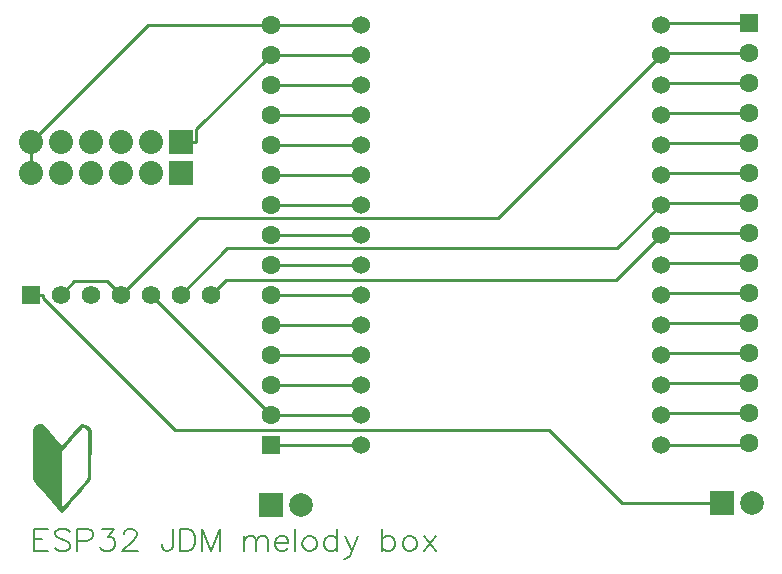
<source format=gtl>
G04 Layer: TopLayer*
G04 EasyEDA v6.5.22, 2022-11-15 20:04:53*
G04 61ac71b69ff745bc879bf003c277815e,1ae14fa7f5aa486887b2aa5280da83c0,10*
G04 Gerber Generator version 0.2*
G04 Scale: 100 percent, Rotated: No, Reflected: No *
G04 Dimensions in inches *
G04 leading zeros omitted , absolute positions ,3 integer and 6 decimal *
%FSLAX36Y36*%
%MOIN*%

%ADD10C,0.0080*%
%ADD11C,0.0100*%
%ADD12C,0.0600*%
%ADD13R,0.0620X0.0620*%
%ADD14C,0.0620*%
%ADD15R,0.0800X0.0800*%
%ADD16C,0.0800*%
%ADD17C,0.0630*%
%ADD18R,0.0620X0.0630*%
%ADD19R,0.0787X0.0787*%
%ADD20C,0.0787*%
%ADD21C,0.0129*%

%LPD*%
G36*
X372540Y-1737000D02*
G01*
X361079Y-1742620D01*
X324980Y-1784079D01*
X315400Y-1794920D01*
X308380Y-1802700D01*
X304600Y-1806579D01*
X303860Y-1805920D01*
X299380Y-1801100D01*
X291680Y-1792460D01*
X281660Y-1781040D01*
X248420Y-1742680D01*
X237380Y-1737320D01*
X226680Y-1737320D01*
X214960Y-1743520D01*
X207000Y-1754860D01*
X207000Y-1917800D01*
X211280Y-1925160D01*
X213960Y-1928700D01*
X218720Y-1934580D01*
X233060Y-1951699D01*
X251320Y-1973080D01*
X270580Y-1995300D01*
X289081Y-2016360D01*
X304680Y-2016360D01*
X305300Y-1828560D01*
X308320Y-1823060D01*
X309600Y-1821260D01*
X314200Y-1815460D01*
X320920Y-1807380D01*
X329080Y-1797780D01*
X338040Y-1787420D01*
X349380Y-1774520D01*
X357760Y-1765180D01*
X364780Y-1757500D01*
X369820Y-1752260D01*
X371380Y-1750780D01*
X372200Y-1750200D01*
X374900Y-1749640D01*
X377360Y-1749520D01*
X379739Y-1749840D01*
X382239Y-1750600D01*
X383780Y-1751459D01*
X385439Y-1752800D01*
X387000Y-1754480D01*
X388300Y-1756260D01*
X390959Y-1760640D01*
X390900Y-1912460D01*
X388360Y-1917780D01*
X385680Y-1921440D01*
X380620Y-1927780D01*
X373540Y-1936320D01*
X364900Y-1946560D01*
X355060Y-1958040D01*
X307440Y-2012880D01*
X304680Y-2016360D01*
X289081Y-2016360D01*
X302160Y-2030720D01*
X304100Y-2032620D01*
X304640Y-2033000D01*
X305180Y-2032620D01*
X308020Y-2029760D01*
X312940Y-2024420D01*
X327480Y-2008120D01*
X345840Y-1987100D01*
X369660Y-1959400D01*
X385820Y-1940300D01*
X391900Y-1932920D01*
X396180Y-1927580D01*
X398280Y-1924700D01*
X402260Y-1917800D01*
X403000Y-1757860D01*
X396740Y-1745980D01*
X385840Y-1738280D01*
G37*
D10*
X210000Y-2084299D02*
G01*
X210000Y-2160599D01*
X210000Y-2084299D02*
G01*
X257300Y-2084299D01*
X210000Y-2120599D02*
G01*
X239099Y-2120599D01*
X210000Y-2160599D02*
G01*
X257300Y-2160599D01*
X332199Y-2095199D02*
G01*
X324899Y-2087899D01*
X314000Y-2084299D01*
X299499Y-2084299D01*
X288499Y-2087899D01*
X281300Y-2095199D01*
X281300Y-2102500D01*
X284899Y-2109699D01*
X288499Y-2113400D01*
X295799Y-2116999D01*
X317600Y-2124299D01*
X324899Y-2127899D01*
X328499Y-2131500D01*
X332199Y-2138800D01*
X332199Y-2149699D01*
X324899Y-2156999D01*
X314000Y-2160599D01*
X299499Y-2160599D01*
X288499Y-2156999D01*
X281300Y-2149699D01*
X356199Y-2084299D02*
G01*
X356199Y-2160599D01*
X356199Y-2084299D02*
G01*
X388899Y-2084299D01*
X399800Y-2087899D01*
X403499Y-2091500D01*
X407100Y-2098800D01*
X407100Y-2109699D01*
X403499Y-2116999D01*
X399800Y-2120599D01*
X388899Y-2124299D01*
X356199Y-2124299D01*
X438400Y-2084299D02*
G01*
X478400Y-2084299D01*
X456500Y-2113400D01*
X467500Y-2113400D01*
X474699Y-2116999D01*
X478400Y-2120599D01*
X481999Y-2131500D01*
X481999Y-2138800D01*
X478400Y-2149699D01*
X471100Y-2156999D01*
X460199Y-2160599D01*
X449299Y-2160599D01*
X438400Y-2156999D01*
X434699Y-2153400D01*
X431100Y-2146100D01*
X509600Y-2102500D02*
G01*
X509600Y-2098800D01*
X513299Y-2091500D01*
X516900Y-2087899D01*
X524200Y-2084299D01*
X538699Y-2084299D01*
X545999Y-2087899D01*
X549600Y-2091500D01*
X553299Y-2098800D01*
X553299Y-2106100D01*
X549600Y-2113400D01*
X542399Y-2124299D01*
X505999Y-2160599D01*
X556900Y-2160599D01*
X673299Y-2084299D02*
G01*
X673299Y-2142500D01*
X669600Y-2153400D01*
X665999Y-2156999D01*
X658699Y-2160599D01*
X651500Y-2160599D01*
X644200Y-2156999D01*
X640500Y-2153400D01*
X636900Y-2142500D01*
X636900Y-2135200D01*
X697300Y-2084299D02*
G01*
X697300Y-2160599D01*
X697300Y-2084299D02*
G01*
X722699Y-2084299D01*
X733600Y-2087899D01*
X740900Y-2095199D01*
X744499Y-2102500D01*
X748200Y-2113400D01*
X748200Y-2131500D01*
X744499Y-2142500D01*
X740900Y-2149699D01*
X733600Y-2156999D01*
X722699Y-2160599D01*
X697300Y-2160599D01*
X772200Y-2084299D02*
G01*
X772200Y-2160599D01*
X772200Y-2084299D02*
G01*
X801300Y-2160599D01*
X830399Y-2084299D02*
G01*
X801300Y-2160599D01*
X830399Y-2084299D02*
G01*
X830399Y-2160599D01*
X910399Y-2109699D02*
G01*
X910399Y-2160599D01*
X910399Y-2124299D02*
G01*
X921300Y-2113400D01*
X928500Y-2109699D01*
X939499Y-2109699D01*
X946700Y-2113400D01*
X950399Y-2124299D01*
X950399Y-2160599D01*
X950399Y-2124299D02*
G01*
X961300Y-2113400D01*
X968500Y-2109699D01*
X979499Y-2109699D01*
X986700Y-2113400D01*
X990399Y-2124299D01*
X990399Y-2160599D01*
X1014399Y-2131500D02*
G01*
X1058000Y-2131500D01*
X1058000Y-2124299D01*
X1054399Y-2116999D01*
X1050699Y-2113400D01*
X1043500Y-2109699D01*
X1032500Y-2109699D01*
X1025299Y-2113400D01*
X1018000Y-2120599D01*
X1014399Y-2131500D01*
X1014399Y-2138800D01*
X1018000Y-2149699D01*
X1025299Y-2156999D01*
X1032500Y-2160599D01*
X1043500Y-2160599D01*
X1050699Y-2156999D01*
X1058000Y-2149699D01*
X1081999Y-2084299D02*
G01*
X1081999Y-2160599D01*
X1124200Y-2109699D02*
G01*
X1116899Y-2113400D01*
X1109600Y-2120599D01*
X1106000Y-2131500D01*
X1106000Y-2138800D01*
X1109600Y-2149699D01*
X1116899Y-2156999D01*
X1124200Y-2160599D01*
X1135100Y-2160599D01*
X1142399Y-2156999D01*
X1149600Y-2149699D01*
X1153299Y-2138800D01*
X1153299Y-2131500D01*
X1149600Y-2120599D01*
X1142399Y-2113400D01*
X1135100Y-2109699D01*
X1124200Y-2109699D01*
X1220900Y-2084299D02*
G01*
X1220900Y-2160599D01*
X1220900Y-2120599D02*
G01*
X1213599Y-2113400D01*
X1206400Y-2109699D01*
X1195500Y-2109699D01*
X1188199Y-2113400D01*
X1180900Y-2120599D01*
X1177299Y-2131500D01*
X1177299Y-2138800D01*
X1180900Y-2149699D01*
X1188199Y-2156999D01*
X1195500Y-2160599D01*
X1206400Y-2160599D01*
X1213599Y-2156999D01*
X1220900Y-2149699D01*
X1248500Y-2109699D02*
G01*
X1270399Y-2160599D01*
X1292200Y-2109699D02*
G01*
X1270399Y-2160599D01*
X1263100Y-2175200D01*
X1255799Y-2182500D01*
X1248500Y-2186100D01*
X1244899Y-2186100D01*
X1372200Y-2084299D02*
G01*
X1372200Y-2160599D01*
X1372200Y-2120599D02*
G01*
X1379499Y-2113400D01*
X1386700Y-2109699D01*
X1397600Y-2109699D01*
X1404899Y-2113400D01*
X1412200Y-2120599D01*
X1415799Y-2131500D01*
X1415799Y-2138800D01*
X1412200Y-2149699D01*
X1404899Y-2156999D01*
X1397600Y-2160599D01*
X1386700Y-2160599D01*
X1379499Y-2156999D01*
X1372200Y-2149699D01*
X1458000Y-2109699D02*
G01*
X1450699Y-2113400D01*
X1443500Y-2120599D01*
X1439799Y-2131500D01*
X1439799Y-2138800D01*
X1443500Y-2149699D01*
X1450699Y-2156999D01*
X1458000Y-2160599D01*
X1468900Y-2160599D01*
X1476199Y-2156999D01*
X1483500Y-2149699D01*
X1487100Y-2138800D01*
X1487100Y-2131500D01*
X1483500Y-2120599D01*
X1476199Y-2113400D01*
X1468900Y-2109699D01*
X1458000Y-2109699D01*
X1511099Y-2109699D02*
G01*
X1551099Y-2160599D01*
X1551099Y-2109699D02*
G01*
X1511099Y-2160599D01*
D11*
X2595000Y-1000000D02*
G01*
X2305000Y-1000000D01*
X2300000Y-1005000D01*
X700000Y-1305000D02*
G01*
X855640Y-1149360D01*
X2155640Y-1149360D01*
X2300000Y-1005000D01*
X2595000Y-1100000D02*
G01*
X2305000Y-1100000D01*
X2300000Y-1105000D01*
X2300000Y-1105000D02*
G01*
X2150000Y-1255000D01*
X850000Y-1255000D01*
X800000Y-1305000D01*
X1000000Y-405000D02*
G01*
X1300000Y-405000D01*
X1000000Y-405000D02*
G01*
X590000Y-405000D01*
X200000Y-795000D01*
X200000Y-795000D02*
G01*
X200000Y-900000D01*
X2595000Y-600000D02*
G01*
X2305000Y-600000D01*
X2300000Y-605000D01*
X2595000Y-700000D02*
G01*
X2305000Y-700000D01*
X2300000Y-705000D01*
X2595000Y-800000D02*
G01*
X2305000Y-800000D01*
X2300000Y-805000D01*
X2595000Y-900000D02*
G01*
X2305000Y-900000D01*
X2300000Y-905000D01*
X2595000Y-1200000D02*
G01*
X2305000Y-1200000D01*
X2300000Y-1205000D01*
X2595000Y-1300000D02*
G01*
X2305000Y-1300000D01*
X2300000Y-1305000D01*
X2595000Y-1400000D02*
G01*
X2305000Y-1400000D01*
X2300000Y-1405000D01*
X2595000Y-1500000D02*
G01*
X2305000Y-1500000D01*
X2300000Y-1505000D01*
X2595000Y-1600000D02*
G01*
X2305000Y-1600000D01*
X2300000Y-1605000D01*
X2595000Y-1700000D02*
G01*
X2305000Y-1700000D01*
X2300000Y-1705000D01*
X2595000Y-1800000D02*
G01*
X2590000Y-1805000D01*
X2300000Y-1805000D01*
X1000000Y-605000D02*
G01*
X1300000Y-605000D01*
X1000000Y-705000D02*
G01*
X1300000Y-705000D01*
X1000000Y-805000D02*
G01*
X1300000Y-805000D01*
X1000000Y-905000D02*
G01*
X1300000Y-905000D01*
X1000000Y-1005000D02*
G01*
X1300000Y-1005000D01*
X1000000Y-1405000D02*
G01*
X1300000Y-1405000D01*
X1000000Y-1505000D02*
G01*
X1300000Y-1505000D01*
X1000000Y-1605000D02*
G01*
X1300000Y-1605000D01*
X1000000Y-1705000D02*
G01*
X1300000Y-1705000D01*
X600000Y-1305000D02*
G01*
X1000000Y-1705000D01*
X2595000Y-500000D02*
G01*
X2305000Y-500000D01*
X2300000Y-505000D01*
X500000Y-1305000D02*
G01*
X455619Y-1260619D01*
X344380Y-1260619D01*
X300000Y-1305000D01*
X2300000Y-505000D02*
G01*
X1757420Y-1047579D01*
X757420Y-1047579D01*
X500000Y-1305000D01*
X2595000Y-400000D02*
G01*
X2305000Y-400000D01*
X2300000Y-405000D01*
X242010Y-1305000D02*
G01*
X242010Y-1315500D01*
X681509Y-1755000D01*
X1926559Y-1755000D01*
X2171559Y-2000000D01*
X2505000Y-2000000D01*
X200000Y-1305000D02*
G01*
X242010Y-1305000D01*
X1000000Y-1805000D02*
G01*
X1300000Y-1805000D01*
X1000000Y-505000D02*
G01*
X1300000Y-505000D01*
X751010Y-795000D02*
G01*
X751010Y-753989D01*
X1000000Y-505000D01*
X700000Y-795000D02*
G01*
X751010Y-795000D01*
X1000000Y-1205000D02*
G01*
X1300000Y-1205000D01*
X1000000Y-1105000D02*
G01*
X1300000Y-1105000D01*
X1000000Y-1305000D02*
G01*
X1300000Y-1305000D01*
D12*
G01*
X2300000Y-405000D03*
G01*
X2300000Y-505000D03*
G01*
X2300000Y-605000D03*
G01*
X2300000Y-705000D03*
G01*
X2300000Y-805000D03*
G01*
X2300000Y-905000D03*
G01*
X2300000Y-1005000D03*
G01*
X2300000Y-1105000D03*
G01*
X2300000Y-1205000D03*
G01*
X2300000Y-1305000D03*
G01*
X2300000Y-1405000D03*
G01*
X2300000Y-1505000D03*
G01*
X2300000Y-1605000D03*
G01*
X2300000Y-1705000D03*
G01*
X2300000Y-1805000D03*
G01*
X1300000Y-405000D03*
G01*
X1300000Y-505000D03*
G01*
X1300000Y-605000D03*
G01*
X1300000Y-705000D03*
G01*
X1300000Y-805000D03*
G01*
X1300000Y-905000D03*
G01*
X1300000Y-1005000D03*
G01*
X1300000Y-1105000D03*
G01*
X1300000Y-1205000D03*
G01*
X1300000Y-1305000D03*
G01*
X1300000Y-1405000D03*
G01*
X1300000Y-1505000D03*
G01*
X1300000Y-1605000D03*
G01*
X1300000Y-1705000D03*
G01*
X1300000Y-1805000D03*
D13*
G01*
X200000Y-1305000D03*
D14*
G01*
X299994Y-1304994D03*
G01*
X400000Y-1305000D03*
G01*
X499996Y-1304996D03*
G01*
X600001Y-1305001D03*
G01*
X699996Y-1304996D03*
G01*
X800001Y-1305001D03*
D15*
G01*
X700000Y-900000D03*
D16*
G01*
X600000Y-900000D03*
G01*
X500000Y-900000D03*
G01*
X400000Y-900000D03*
G01*
X300000Y-900000D03*
G01*
X200000Y-900000D03*
D17*
G01*
X2595000Y-1800000D03*
G01*
X2595000Y-1700000D03*
G01*
X2595000Y-1600000D03*
G01*
X2595000Y-1500000D03*
G01*
X2595000Y-1400000D03*
G01*
X2595000Y-1300000D03*
G01*
X2595000Y-1200000D03*
G01*
X2595000Y-1100000D03*
G01*
X2595000Y-1000000D03*
G01*
X2595000Y-900000D03*
G01*
X2595000Y-800000D03*
G01*
X2595000Y-700000D03*
G01*
X2595000Y-600000D03*
G01*
X2595000Y-500000D03*
D18*
G01*
X2595000Y-400000D03*
D17*
G01*
X1000000Y-405000D03*
G01*
X1000000Y-505000D03*
G01*
X1000000Y-605000D03*
G01*
X1000000Y-705000D03*
G01*
X1000000Y-805000D03*
G01*
X1000000Y-905000D03*
G01*
X1000000Y-1005000D03*
G01*
X1000000Y-1105000D03*
G01*
X1000000Y-1205000D03*
G01*
X1000000Y-1305000D03*
G01*
X1000000Y-1405000D03*
G01*
X1000000Y-1505000D03*
G01*
X1000000Y-1605000D03*
G01*
X1000000Y-1705000D03*
D18*
G01*
X1000000Y-1805000D03*
D19*
G01*
X1000000Y-2005000D03*
D20*
G01*
X1100000Y-2005000D03*
D15*
G01*
X700000Y-795000D03*
D16*
G01*
X600000Y-795000D03*
G01*
X500000Y-795000D03*
G01*
X400000Y-795000D03*
G01*
X300000Y-795000D03*
G01*
X200000Y-795000D03*
D19*
G01*
X2505000Y-2000000D03*
D20*
G01*
X2605000Y-2000000D03*
M02*

</source>
